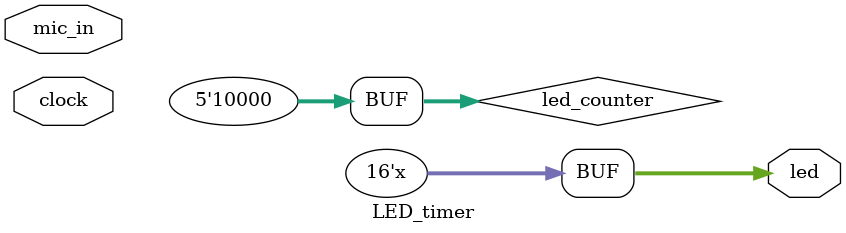
<source format=v>
`timescale 1ns / 1ps


module LED_timer(
    input clock, // input a 20Khz clock
    input [11:0]mic_in,
    output reg [15:0] led
    );
    
    reg [1:0]flag;
    reg [14:0] counter;
    reg [4:0] led_counter;
    
    always @(clock) begin
    
        counter <= (counter == 16384)? 0 : counter + 1;
        flag <= (mic_in[11]==1)? (counter%4096==0):((mic_in[10] == 1) ? (counter%8192 == 0):((mic_in[11] == 1)?(counter%16384 ==0):0));
        
        led_counter <= (flag == 1)? led_counter + 1 : 0;
        
        
        case(led_counter)
        0 : led = 16'b1111111111111111;
        1:  led = 16'b0111111111111111;
        2:  led = 16'b0011111111111111;
        3:  led = 16'b0001111111111111;
        4:  led = 16'b0000111111111111;
        5:  led = 16'b0000011111111111;
        6:  led = 16'b0000001111111111;
        7:  led = 16'b0000000111111111;
        8:  led = 16'b0000000011111111;        
        9:  led = 16'b0000000001111111;
        10: led = 16'b0000000000111111;
        11: led = 16'b0000000000011111;
        12: led = 16'b0000000000001111;
        13: led = 16'b0000000000000111;
        14: led = 16'b0000000000000011;
        15: led = 16'b0000000000000001;
        16: led = 16'b0000000000000000;
        default : led_counter = 16 ;
        endcase       
        
    end       
    
    
    
    
    
endmodule

</source>
